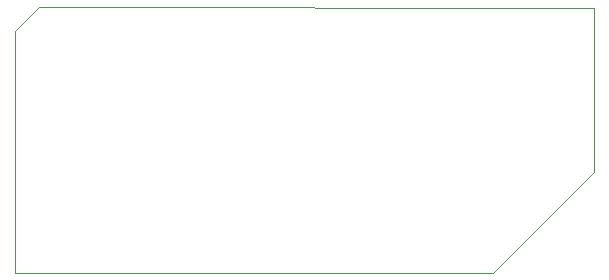
<source format=gbr>
%TF.GenerationSoftware,KiCad,Pcbnew,8.0.0*%
%TF.CreationDate,2024-03-06T21:08:29+04:00*%
%TF.ProjectId,gbc-cm4-aio-flex,6762632d-636d-4342-9d61-696f2d666c65,rev?*%
%TF.SameCoordinates,Original*%
%TF.FileFunction,Profile,NP*%
%FSLAX46Y46*%
G04 Gerber Fmt 4.6, Leading zero omitted, Abs format (unit mm)*
G04 Created by KiCad (PCBNEW 8.0.0) date 2024-03-06 21:08:29*
%MOMM*%
%LPD*%
G01*
G04 APERTURE LIST*
%TA.AperFunction,Profile*%
%ADD10C,0.100000*%
%TD*%
G04 APERTURE END LIST*
D10*
X169550000Y-114560000D02*
X169500000Y-128500000D01*
X161000000Y-137000000D01*
X120500000Y-137000000D01*
X120500000Y-116500000D01*
X122500000Y-114500000D01*
X169550000Y-114560000D01*
M02*

</source>
